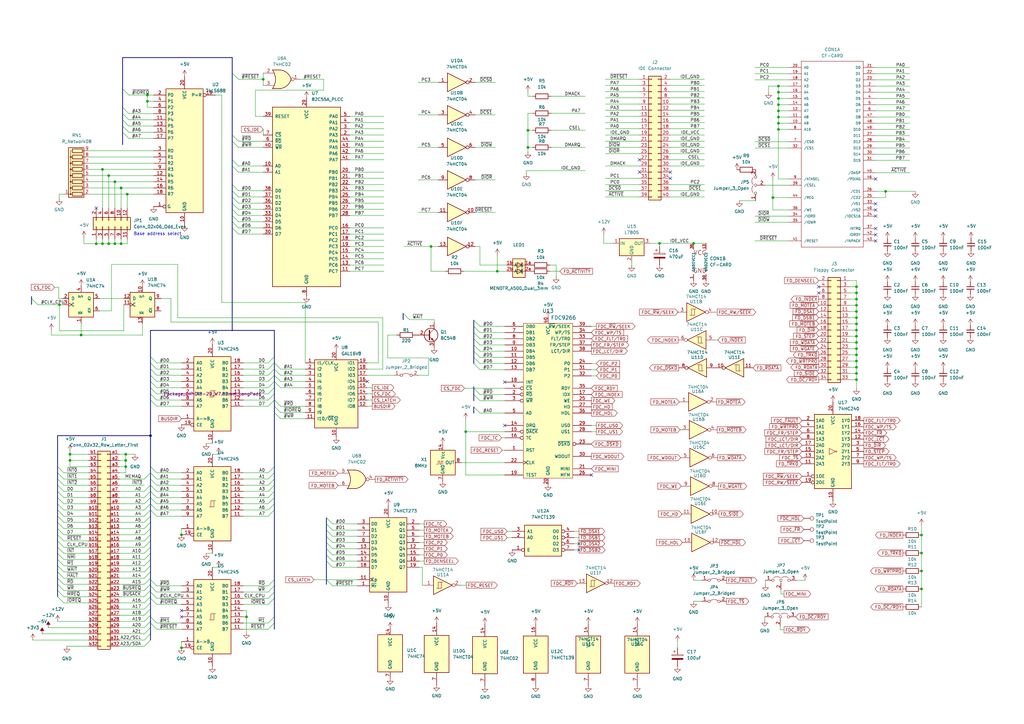
<source format=kicad_sch>
(kicad_sch (version 20211123) (generator eeschema)

  (uuid e63e39d7-6ac0-4ffd-8aa3-1841a4541b55)

  (paper "A3")

  (title_block
    (title "Z8C - Disk Interface")
    (comment 1 "IDE & Floppy Interface")
  )

  

  (junction (at 351.282 117.602) (diameter 0) (color 0 0 0 0)
    (uuid 03fe459e-855e-459f-8b47-beb9f02ea95a)
  )
  (junction (at 39.497 99.949) (diameter 0) (color 0 0 0 0)
    (uuid 0452da17-4ccf-4bdc-9fc3-b0a09600bd55)
  )
  (junction (at 51.562 186.309) (diameter 0) (color 0 0 0 0)
    (uuid 0588e431-d56d-4df4-9ffd-6cd4bba412cb)
  )
  (junction (at 216.535 60.452) (diameter 0) (color 0 0 0 0)
    (uuid 05931860-e52b-44ba-ac08-b0a78ae7bd52)
  )
  (junction (at 351.282 145.542) (diameter 0) (color 0 0 0 0)
    (uuid 0faff83f-9a6a-4be0-9352-627f102f4fe6)
  )
  (junction (at 52.197 79.629) (diameter 0) (color 0 0 0 0)
    (uuid 0fffb828-f291-41d3-a83c-4eaa3df13f3a)
  )
  (junction (at 51.562 188.849) (diameter 0) (color 0 0 0 0)
    (uuid 17adff9d-c581-42e4-b552-035b922b5256)
  )
  (junction (at 74.422 219.329) (diameter 0) (color 0 0 0 0)
    (uuid 198642f2-8db4-475b-ac24-9da65c994a3a)
  )
  (junction (at 377.952 219.456) (diameter 0) (color 0 0 0 0)
    (uuid 1c719174-9785-4350-8e60-11ceacf73dfb)
  )
  (junction (at 363.22 78.486) (diameter 0) (color 0 0 0 0)
    (uuid 1c92b6a8-47dc-4088-9aef-276a1c1833f2)
  )
  (junction (at 351.282 127.762) (diameter 0) (color 0 0 0 0)
    (uuid 1fad9673-141c-492f-81f5-93ae9f895085)
  )
  (junction (at 377.952 226.822) (diameter 0) (color 0 0 0 0)
    (uuid 2563b305-e52d-4f40-9e5c-70185f9132c0)
  )
  (junction (at 351.282 132.842) (diameter 0) (color 0 0 0 0)
    (uuid 2a3b8e87-e834-40c0-9cdd-280d765fcfc9)
  )
  (junction (at 319.278 40.386) (diameter 0) (color 0 0 0 0)
    (uuid 2cbff522-6292-4d98-919d-af75dbf1956b)
  )
  (junction (at 351.282 155.702) (diameter 0) (color 0 0 0 0)
    (uuid 2e07da98-a61c-43f3-a993-315d1346649a)
  )
  (junction (at 61.722 178.689) (diameter 0) (color 0 0 0 0)
    (uuid 2fea3f9c-a97b-4a77-88f7-98b3d8a00622)
  )
  (junction (at 24.384 124.968) (diameter 0) (color 0 0 0 0)
    (uuid 32b1fde6-d5c0-4172-87c8-30dec6e2f3c0)
  )
  (junction (at 351.282 150.622) (diameter 0) (color 0 0 0 0)
    (uuid 364e3970-38ed-48e4-bb29-d1dfd403f3ce)
  )
  (junction (at 42.037 69.469) (diameter 0) (color 0 0 0 0)
    (uuid 3768cce7-1e64-480e-bb38-0c6794a852ac)
  )
  (junction (at 49.657 77.089) (diameter 0) (color 0 0 0 0)
    (uuid 3785b88e-f652-4024-afb0-be4c22cdaea8)
  )
  (junction (at 60.452 38.989) (diameter 0) (color 0 0 0 0)
    (uuid 3ba59656-e36e-4caa-8957-90ed8686b3d3)
  )
  (junction (at 74.422 265.684) (diameter 0) (color 0 0 0 0)
    (uuid 3e3af5be-1b4c-4ba4-b660-3033fdf1caed)
  )
  (junction (at 377.952 241.554) (diameter 0) (color 0 0 0 0)
    (uuid 3e84d4e9-71de-40bd-a372-eafa7ca48843)
  )
  (junction (at 60.452 41.529) (diameter 0) (color 0 0 0 0)
    (uuid 5671ee13-03cd-4aa7-b0bd-d9a9f8428395)
  )
  (junction (at 319.278 50.546) (diameter 0) (color 0 0 0 0)
    (uuid 5a5a058b-5672-40dd-b9df-37a8895e73da)
  )
  (junction (at 319.278 48.006) (diameter 0) (color 0 0 0 0)
    (uuid 5ebddc9f-6ed6-41c8-b243-739bda8d866d)
  )
  (junction (at 284.48 99.822) (diameter 0) (color 0 0 0 0)
    (uuid 641e1838-5563-4e67-a883-789f4370c652)
  )
  (junction (at 319.278 53.086) (diameter 0) (color 0 0 0 0)
    (uuid 735eaead-721d-4ef0-9437-23f0c3f2ee6e)
  )
  (junction (at 176.784 101.092) (diameter 0) (color 0 0 0 0)
    (uuid 7a611a0c-35b7-4c08-8f5f-e8a634875946)
  )
  (junction (at 28.702 186.309) (diameter 0) (color 0 0 0 0)
    (uuid 8019bb27-2172-4d60-932e-7bd55a890b6c)
  )
  (junction (at 42.037 99.949) (diameter 0) (color 0 0 0 0)
    (uuid 82bf2831-f69a-4cf1-ad28-e7c6c4e8c86f)
  )
  (junction (at 351.282 148.082) (diameter 0) (color 0 0 0 0)
    (uuid 894de335-8bef-4c96-8ee7-d6a01840b730)
  )
  (junction (at 44.577 99.949) (diameter 0) (color 0 0 0 0)
    (uuid 8d054a8d-7435-41ed-8832-6067aada259a)
  )
  (junction (at 351.282 125.222) (diameter 0) (color 0 0 0 0)
    (uuid 8f2ce655-349d-48a9-a336-127d8df8e667)
  )
  (junction (at 191.008 177.038) (diameter 0) (color 0 0 0 0)
    (uuid 8fc57286-d9ff-4c41-b2c6-1f9deef80650)
  )
  (junction (at 44.577 72.009) (diameter 0) (color 0 0 0 0)
    (uuid 927b1eb6-e6f4-412f-9a58-8dc81a4889a0)
  )
  (junction (at 319.278 35.306) (diameter 0) (color 0 0 0 0)
    (uuid 96dd62ce-21c9-4033-8ea9-b5b2713ef137)
  )
  (junction (at 319.278 37.846) (diameter 0) (color 0 0 0 0)
    (uuid 9ee3b271-8436-4721-9830-033a646978b9)
  )
  (junction (at 351.282 135.382) (diameter 0) (color 0 0 0 0)
    (uuid a1a04aa9-d6d0-47b5-ae16-aa32682aa7bc)
  )
  (junction (at 351.282 140.462) (diameter 0) (color 0 0 0 0)
    (uuid a1c9f7a7-f9a4-48be-ace4-edb267af5cb2)
  )
  (junction (at 351.282 153.162) (diameter 0) (color 0 0 0 0)
    (uuid a240c9cd-5427-4cc1-91b1-ff5e6e80659c)
  )
  (junction (at 351.282 122.682) (diameter 0) (color 0 0 0 0)
    (uuid ac960760-5118-4555-9468-3cd00160b471)
  )
  (junction (at 319.278 42.926) (diameter 0) (color 0 0 0 0)
    (uuid ad7b958d-c5ea-46b6-859b-94afb9a12189)
  )
  (junction (at 28.702 188.849) (diameter 0) (color 0 0 0 0)
    (uuid aeaaa120-9cc5-4520-9a70-067fbc8f5b7b)
  )
  (junction (at 49.657 99.949) (diameter 0) (color 0 0 0 0)
    (uuid afc1392c-4488-4251-8167-de520abba754)
  )
  (junction (at 33.274 137.414) (diameter 0) (color 0 0 0 0)
    (uuid b3abe976-c41a-4b1b-8724-6c7e13e862c5)
  )
  (junction (at 51.562 191.389) (diameter 0) (color 0 0 0 0)
    (uuid b4856fa9-d711-4b3f-8ccf-343375c62dce)
  )
  (junction (at 203.962 111.252) (diameter 0) (color 0 0 0 0)
    (uuid b588b979-4105-4b99-9161-2bad9f30dfb6)
  )
  (junction (at 351.282 120.142) (diameter 0) (color 0 0 0 0)
    (uuid b59b5c80-755f-43ef-9576-0ed09c8a0efa)
  )
  (junction (at 101.092 252.984) (diameter 0) (color 0 0 0 0)
    (uuid b6346b0a-bb01-4e48-89f7-5054374e0d0d)
  )
  (junction (at 351.282 143.002) (diameter 0) (color 0 0 0 0)
    (uuid b722a917-6e0e-43c7-8601-f18665ea48dd)
  )
  (junction (at 351.282 137.922) (diameter 0) (color 0 0 0 0)
    (uuid b9c5900c-6557-4f80-afed-ca592db7df65)
  )
  (junction (at 47.117 99.949) (diameter 0) (color 0 0 0 0)
    (uuid ca9607c0-16b8-4085-880e-b87c3f210fd1)
  )
  (junction (at 316.992 81.026) (diameter 0) (color 0 0 0 0)
    (uuid cbc04cad-56e3-4ab5-98e1-7d53c0291261)
  )
  (junction (at 107.95 32.512) (diameter 0) (color 0 0 0 0)
    (uuid d7935b8b-4d1e-41aa-93e2-acf43b6e88a9)
  )
  (junction (at 377.952 234.188) (diameter 0) (color 0 0 0 0)
    (uuid dfded798-a110-42d8-a7c1-566d7359bff3)
  )
  (junction (at 319.278 45.466) (diameter 0) (color 0 0 0 0)
    (uuid e0e88176-248d-46d3-a37a-29ebebc61fff)
  )
  (junction (at 270.51 99.822) (diameter 0) (color 0 0 0 0)
    (uuid eec0eb03-ea7c-4ca1-94a2-2cc4fd287b84)
  )
  (junction (at 216.535 53.467) (diameter 0) (color 0 0 0 0)
    (uuid f51368c8-7ea8-480a-9de5-6d3981ef9b84)
  )
  (junction (at 47.117 74.549) (diameter 0) (color 0 0 0 0)
    (uuid f60d71f9-9a8e-4a62-960d-f7b9664aea76)
  )
  (junction (at 351.282 130.302) (diameter 0) (color 0 0 0 0)
    (uuid f8f682e7-30fc-4e14-a529-337b74fafa61)
  )

  (no_connect (at 274.955 73.152) (uuid 02d0702f-d8ad-4a90-a191-f223599676eb))
  (no_connect (at 274.955 70.612) (uuid 02d0702f-d8ad-4a90-a191-f223599676ec))
  (no_connect (at 359.156 98.806) (uuid 06cd87cf-4d7f-4c9d-9b74-e7d8d83ec145))
  (no_connect (at 74.422 252.984) (uuid 1f2605ff-0052-4214-ba00-e5f83f987c66))
  (no_connect (at 74.422 250.444) (uuid 2a6f1b1e-6809-43d7-b0c5-e4424e33d333))
  (no_connect (at 359.156 86.106) (uuid 707d6d69-a797-4e44-9486-2108e52e3509))
  (no_connect (at 359.156 83.566) (uuid 707d6d69-a797-4e44-9486-2108e52e350a))
  (no_connect (at 237.49 225.552) (uuid 7d90f032-d806-469d-8c75-21ab983d1a65))
  (no_connect (at 237.49 223.012) (uuid 7d90f032-d806-469d-8c75-21ab983d1a66))
  (no_connect (at 359.156 93.726) (uuid 83475fd9-db94-4c7c-aa15-1328895af6a9))
  (no_connect (at 359.156 73.406) (uuid 851d9c4b-e237-4efa-8211-d2e0aabd113b))
  (no_connect (at 39.497 85.344) (uuid 920d4bad-02a1-4dec-ab28-14beac42f339))
  (no_connect (at 359.156 96.266) (uuid 964b4cdf-2e3b-446d-949a-e3623bbd6ced))
  (no_connect (at 262.255 70.612) (uuid 9b2aa857-d4b8-4d54-9840-7c708f09f1c7))
  (no_connect (at 262.255 65.532) (uuid 9b2aa857-d4b8-4d54-9840-7c708f09f1c8))
  (no_connect (at 335.788 117.602) (uuid bd676c75-00d9-4c4a-9bec-0a6f6068e59f))
  (no_connect (at 335.788 120.142) (uuid bd676c75-00d9-4c4a-9bec-0a6f6068e5a0))
  (no_connect (at 207.01 174.498) (uuid d63bee14-9902-43b0-9b6b-a47f31c0b326))
  (no_connect (at 207.01 156.718) (uuid d63bee14-9902-43b0-9b6b-a47f31c0b327))
  (no_connect (at 359.156 88.646) (uuid f260e7fd-4f0b-465a-bab5-210522e81a81))
  (no_connect (at 150.622 156.464) (uuid f323a52a-7d89-4d63-9c5e-43f234531c27))
  (no_connect (at 242.57 194.818) (uuid ff91e5f3-5332-4984-918b-857d9d27ac92))

  (bus_entry (at 23.622 224.409) (size 2.54 2.54)
    (stroke (width 0) (type default) (color 0 0 0 0))
    (uuid 00185541-0a55-4e62-91d8-99e7a7720d36)
  )
  (bus_entry (at 112.522 252.984) (size -2.54 2.54)
    (stroke (width 0) (type default) (color 0 0 0 0))
    (uuid 04b9ebfa-2699-4160-9e9c-0c509052f4c5)
  )
  (bus_entry (at 97.79 83.312) (size -2.54 -2.54)
    (stroke (width 0) (type default) (color 0 0 0 0))
    (uuid 077384ec-a581-49ad-af44-ec7b3a27e958)
  )
  (bus_entry (at 97.79 93.472) (size -2.54 -2.54)
    (stroke (width 0) (type default) (color 0 0 0 0))
    (uuid 0cde3f00-47e7-4d59-8b83-e339c03ac01a)
  )
  (bus_entry (at 112.522 237.744) (size -2.54 2.54)
    (stroke (width 0) (type default) (color 0 0 0 0))
    (uuid 0f0d22b0-c2a7-436a-931c-fa4be6782d48)
  )
  (bus_entry (at 61.722 209.169) (size 2.54 2.54)
    (stroke (width 0) (type default) (color 0 0 0 0))
    (uuid 11896c2c-8771-4362-a4aa-2f8901fb1bc7)
  )
  (bus_entry (at 23.622 229.489) (size 2.54 2.54)
    (stroke (width 0) (type default) (color 0 0 0 0))
    (uuid 12c9f3e1-9431-42f8-b6f8-fb6fd35fc1cb)
  )
  (bus_entry (at 61.722 237.744) (size 2.54 2.54)
    (stroke (width 0) (type default) (color 0 0 0 0))
    (uuid 1416f46f-efcf-4c99-81af-d39cf81f2652)
  )
  (bus_entry (at 64.262 159.004) (size -2.54 -2.54)
    (stroke (width 0) (type default) (color 0 0 0 0))
    (uuid 16aa2316-1a67-45e5-b6c4-e59dd85814f4)
  )
  (bus_entry (at 196.85 151.638) (size -2.54 -2.54)
    (stroke (width 0) (type default) (color 0 0 0 0))
    (uuid 17110119-ed0f-4606-a93b-e5c502be1893)
  )
  (bus_entry (at 61.722 226.949) (size -2.54 2.54)
    (stroke (width 0) (type default) (color 0 0 0 0))
    (uuid 18eef4d3-c3b1-4511-89f0-f3ca5fbf521d)
  )
  (bus_entry (at 61.722 257.429) (size -2.54 2.54)
    (stroke (width 0) (type default) (color 0 0 0 0))
    (uuid 190829cf-8172-400f-bba0-21761cc942eb)
  )
  (bus_entry (at 196.85 144.018) (size -2.54 -2.54)
    (stroke (width 0) (type default) (color 0 0 0 0))
    (uuid 19b47d22-00cf-4d98-b19e-ed9a917c1c70)
  )
  (bus_entry (at 50.292 49.149) (size 2.54 2.54)
    (stroke (width 0) (type default) (color 0 0 0 0))
    (uuid 1c7ec62e-d96c-4a0d-ac32-e919b90a3c5b)
  )
  (bus_entry (at 196.85 146.558) (size -2.54 -2.54)
    (stroke (width 0) (type default) (color 0 0 0 0))
    (uuid 1ea637b5-9bdd-4940-b05b-2df523176d69)
  )
  (bus_entry (at 61.722 237.109) (size -2.54 2.54)
    (stroke (width 0) (type default) (color 0 0 0 0))
    (uuid 22591446-6d82-47ac-b525-9e9deb496c8c)
  )
  (bus_entry (at 136.398 217.424) (size -2.54 -2.54)
    (stroke (width 0) (type default) (color 0 0 0 0))
    (uuid 23c08b70-c08f-4bb8-88a9-d9bf50e7438a)
  )
  (bus_entry (at 61.722 201.549) (size 2.54 2.54)
    (stroke (width 0) (type default) (color 0 0 0 0))
    (uuid 23d00a59-0b4c-4084-acf1-2d0e73667d5f)
  )
  (bus_entry (at 109.982 148.844) (size 2.54 -2.54)
    (stroke (width 0) (type default) (color 0 0 0 0))
    (uuid 2571f4c8-d7fc-4e8c-94df-f480e56bb717)
  )
  (bus_entry (at 61.722 245.364) (size 2.54 2.54)
    (stroke (width 0) (type default) (color 0 0 0 0))
    (uuid 26fd0d92-e1d7-4ec3-9cd1-0c12f182f0d8)
  )
  (bus_entry (at 97.79 80.772) (size -2.54 -2.54)
    (stroke (width 0) (type default) (color 0 0 0 0))
    (uuid 293a6287-6c90-4829-87dd-85f481131544)
  )
  (bus_entry (at 61.722 239.649) (size -2.54 2.54)
    (stroke (width 0) (type default) (color 0 0 0 0))
    (uuid 2952439a-4d93-45a3-a998-2b2fce2c5fe9)
  )
  (bus_entry (at 165.354 128.524) (size 2.54 2.54)
    (stroke (width 0) (typ
... [382510 chars truncated]
</source>
